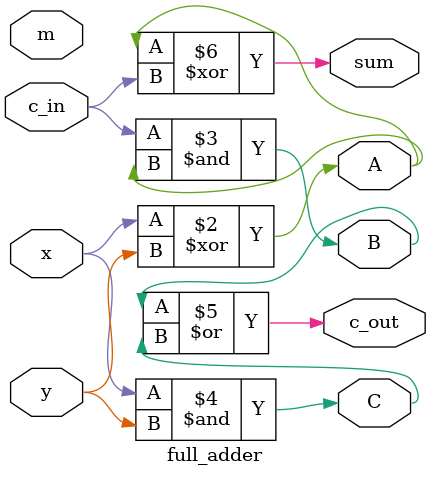
<source format=v>

module dff(
input reset,
    input clock,
    input D,
    output reg Q,
    output NotQ
);
    assign NotQ = ~Q;

    always @(posedge reset, posedge clock) begin
        if (reset) begin
            Q <= 0;
        end else if (clock) begin
            Q <= D;
        end
    end
endmodule





module math_block(
    input [3:0] A,
    input [3:0] B,
    output [3:0] AplusB,
    output [3:0] AminusB
);

wire [3:0] c_out; // for the adder
wire [3:0] C_out; // for the sub

// 4 bit adder
full_adder one(
.m(0),
.x(A[0]),
.y(B[0]),
.c_in(0),
.c_out(c_out[0]),
.sum(AplusB[0])
);

full_adder two(
.m(0),
.x(A[1]),
.y(B[1]),
.c_in(c_out[0]),
.c_out(c_out[1]),
.sum(AplusB[1])
);

full_adder three(
.m(0),
.x(A[2]),
.y(B[2]),
.c_in(c_out[1]),
.c_out(c_out[2]),
.sum(AplusB[2])
);

full_adder four(
.m(0),
.x(A[3]),
.y(B[3]),
.c_in(c_out[2]),
.c_out(c_out[3]),
.sum(AplusB[3])
);

// 4 bit sub
full_adder sub_one(
.m(1),
.x(A[0]),
.y(B[0]),
.c_in(1),
.c_out(C_out[0]),
.sum(AminusB[0])
);

full_adder sub_two(
.m(1),
.x(A[1]),
.y(B[1]),
.c_in(C_out[0]),
.c_out(C_out[1]),
.sum(AminusB[1])
);

full_adder sub_three(
.m(1),
.x(A[2]),
.y(B[2]),
.c_in(C_out[1]),
.c_out(C_out[2]),
.sum(AminusB[2])
);

full_adder sub_four(
.m(1),
.x(A[3]),
.y(B[3]),
.c_in(C_out[2]),
.c_out(C_out[3]),
.sum(AminusB[3])
);

endmodule



module full_adder(
input x, y, m,
input c_in,
output sum,
output c_out,
output A, B, C


);
assign M = m ^ y;

assign A = x ^ y;
assign B = c_in & A;
assign C = x & y;
assign c_out = B | C;
assign sum = A ^ c_in;

endmodule 

</source>
